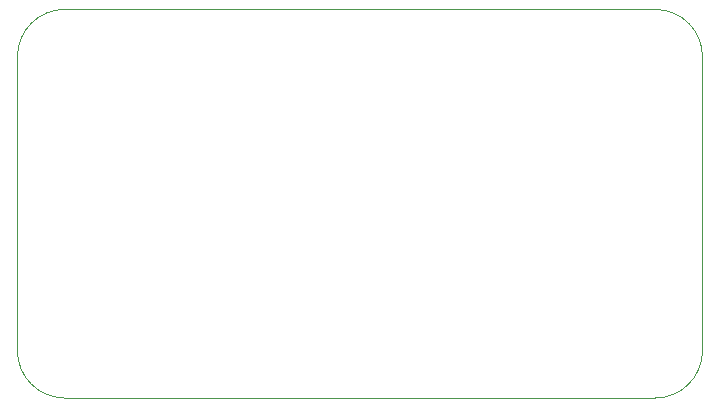
<source format=gbr>
%TF.GenerationSoftware,KiCad,Pcbnew,8.0.3*%
%TF.CreationDate,2024-06-22T22:44:29-05:00*%
%TF.ProjectId,RS485_breakout,52533438-355f-4627-9265-616b6f75742e,rev?*%
%TF.SameCoordinates,Original*%
%TF.FileFunction,Profile,NP*%
%FSLAX46Y46*%
G04 Gerber Fmt 4.6, Leading zero omitted, Abs format (unit mm)*
G04 Created by KiCad (PCBNEW 8.0.3) date 2024-06-22 22:44:29*
%MOMM*%
%LPD*%
G01*
G04 APERTURE LIST*
%TA.AperFunction,Profile*%
%ADD10C,0.050000*%
%TD*%
G04 APERTURE END LIST*
D10*
X112000000Y-72550000D02*
G75*
G02*
X116050000Y-68600000I4000000J-50000D01*
G01*
X115950000Y-101500000D02*
G75*
G02*
X112000000Y-97450000I50000J4000000D01*
G01*
X170000000Y-97550000D02*
G75*
G02*
X165950000Y-101500000I-4000000J50000D01*
G01*
X170000000Y-97550000D02*
X170000000Y-72650000D01*
X115950000Y-101500000D02*
X165950000Y-101500000D01*
X166050000Y-68600000D02*
X116050000Y-68600000D01*
X112000000Y-72550000D02*
X112000000Y-97450000D01*
X166050000Y-68600000D02*
G75*
G02*
X170000000Y-72650000I-50000J-4000000D01*
G01*
M02*

</source>
